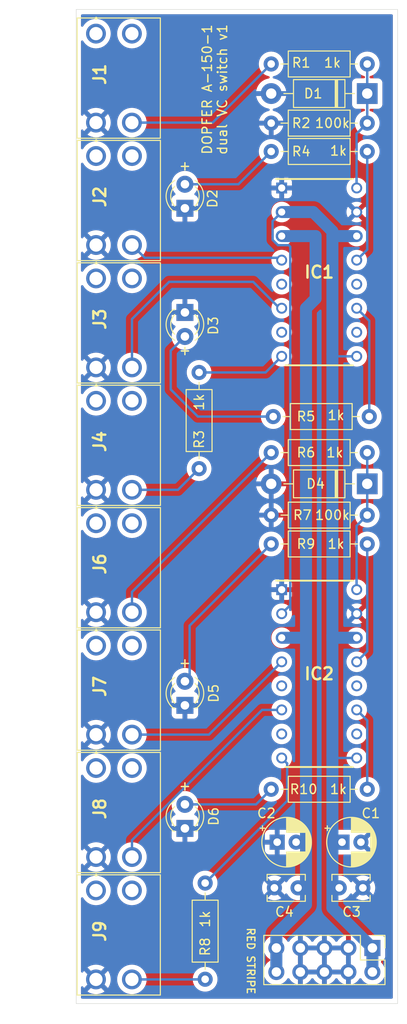
<source format=kicad_pcb>
(kicad_pcb (version 20211014) (generator pcbnew)
  (layers (0 "F.Cu" signal) (31 "B.Cu" signal) (34 "B.Paste" user) (35 "F.Paste" user) (36 "B.SilkS" user "B.Silkscreen") (37 "F.SilkS" user "F.Silkscreen") (38 "B.Mask" user) (39 "F.Mask" user) (44 "Edge.Cuts" user))
  (net 0 "")
  (net 1 "GND")
  (net 2 "+12V")
  (net 3 "-12V")
  (net 4 "Net-(D1-Pad1)")
  (net 5 "Net-(D2-Pad2)")
  (net 6 "Net-(D3-Pad2)")
  (net 7 "Net-(D4-Pad1)")
  (net 8 "Net-(D5-Pad2)")
  (net 9 "Net-(D6-Pad2)")
  (net 10 "Net-(IC1-Pad13)")
  (net 11 "Net-(IC1-Pad12)")
  (net 12 "Net-(IC1-Pad11)")
  (net 13 "Net-(IC1-Pad10)")
  (net 14 "Net-(IC1-Pad8)")
  (net 15 "Net-(IC1-Pad7)")
  (net 16 "Net-(IC1-Pad6)")
  (net 17 "Net-(IC1-Pad5)")
  (net 18 "Net-(IC1-Pad4)")
  (net 19 "Net-(IC2-Pad4)")
  (net 20 "Net-(IC2-Pad5)")
  (net 21 "Net-(IC2-Pad6)")
  (net 22 "Net-(IC2-Pad7)")
  (net 23 "Net-(IC2-Pad8)")
  (net 24 "Net-(IC2-Pad10)")
  (net 25 "Net-(IC2-Pad11)")
  (net 26 "Net-(IC2-Pad12)")
  (net 27 "Net-(IC2-Pad13)")
  (net 28 "Net-(J1-PadT)")
  (net 29 "Net-(J4-PadT)")
  (net 30 "Net-(J6-PadT)")
  (net 31 "Net-(J9-PadT)")
  (footprint "LED_THT:LED_D3.0mm" (layer "F.Cu") (at 38.5 68 -90)
    (fp_text reference "D3" (at 1.397 -3 90) (layer "F.SilkS"))
    (fp_text value "LED")
    (pad "1" thru_hole rect locked (at 0 0 270) (size 1.8 1.8) (drill 0.9) (layers *.Cu *.Mask) (net 1 "GND"))
    (pad "2" thru_hole circle locked (at 2.54 0 270) (size 1.8 1.8) (drill 0.9) (layers *.Cu *.Mask) (net 6 "Net-(D3-Pad2)"))
  )
  (footprint "Capacitor_THT:CP_Radial_D5.0mm_P2.00mm" (layer "F.Cu") (at 48.26 123.952)
    (fp_text reference "C2" (at -1.143 -3.048) (layer "F.SilkS"))
    (fp_text value "10u")
    (pad "1" thru_hole rect locked (at 0 0) (size 1.6 1.6) (drill 0.8) (layers *.Cu *.Mask) (net 1 "GND"))
    (pad "2" thru_hole circle locked (at 2 0) (size 1.6 1.6) (drill 0.8) (layers *.Cu *.Mask) (net 3 "-12V"))
  )
  (footprint "Resistor_THT:R_Axial_DIN0207_L6.3mm_D2.5mm_P10.16mm_Horizontal" (layer "F.Cu") (at 57.785 118.364 180)
    (fp_text reference "R10" (at 6.731 0) (layer "F.SilkS"))
    (fp_text value "1k" (at 3.048 0) (layer "F.SilkS"))
    (pad "1" thru_hole circle locked (at 0 0 180) (size 1.6 1.6) (drill 0.8) (layers *.Cu *.Mask) (net 25 "Net-(IC2-Pad11)"))
    (pad "2" thru_hole oval locked (at 10.16 0 180) (size 1.6 1.6) (drill 0.8) (layers *.Cu *.Mask) (net 9 "Net-(D6-Pad2)"))
  )
  (footprint "Resistor_THT:R_Axial_DIN0207_L6.3mm_D2.5mm_P10.16mm_Horizontal" (layer "F.Cu") (at 57.785 92.456 180)
    (fp_text reference "R9" (at 6.477 0) (layer "F.SilkS"))
    (fp_text value "1k" (at 3.302 0) (layer "F.SilkS"))
    (pad "1" thru_hole circle locked (at 0 0 180) (size 1.6 1.6) (drill 0.8) (layers *.Cu *.Mask) (net 27 "Net-(IC2-Pad13)"))
    (pad "2" thru_hole oval locked (at 10.16 0 180) (size 1.6 1.6) (drill 0.8) (layers *.Cu *.Mask) (net 8 "Net-(D5-Pad2)"))
  )
  (footprint "Resistor_THT:R_Axial_DIN0207_L6.3mm_D2.5mm_P10.16mm_Horizontal" (layer "F.Cu") (at 40 84.5 90)
    (fp_text reference "R3" (at 3.093 0.005 90) (layer "F.SilkS"))
    (fp_text value "1k" (at 7.03 0.005 90) (layer "F.SilkS"))
    (pad "1" thru_hole circle locked (at 0 0 90) (size 1.6 1.6) (drill 0.8) (layers *.Cu *.Mask) (net 29 "Net-(J4-PadT)"))
    (pad "2" thru_hole oval locked (at 10.16 0 90) (size 1.6 1.6) (drill 0.8) (layers *.Cu *.Mask) (net 14 "Net-(IC1-Pad8)"))
  )
  (footprint "LED_THT:LED_D3.0mm" (layer "F.Cu") (at 38.5 122.5 90)
    (fp_text reference "D6" (at 1.27 3.048 90) (layer "F.SilkS"))
    (fp_text value "LED")
    (pad "1" thru_hole rect locked (at 0 0 90) (size 1.8 1.8) (drill 0.9) (layers *.Cu *.Mask) (net 1 "GND"))
    (pad "2" thru_hole circle locked (at 2.54 0 90) (size 1.8 1.8) (drill 0.9) (layers *.Cu *.Mask) (net 9 "Net-(D6-Pad2)"))
  )
  (footprint "Resistor_THT:R_Axial_DIN0207_L6.3mm_D2.5mm_P10.16mm_Horizontal" (layer "F.Cu") (at 40.64 138.43 90)
    (fp_text reference "R8" (at 3.429 0 90) (layer "F.SilkS"))
    (fp_text value "1k" (at 6.35 0 90) (layer "F.SilkS"))
    (pad "1" thru_hole circle locked (at 0 0 90) (size 1.6 1.6) (drill 0.8) (layers *.Cu *.Mask) (net 31 "Net-(J9-PadT)"))
    (pad "2" thru_hole oval locked (at 10.16 0 90) (size 1.6 1.6) (drill 0.8) (layers *.Cu *.Mask) (net 23 "Net-(IC2-Pad8)"))
  )
  (footprint "Resistor_THT:R_Axial_DIN0207_L6.3mm_D2.5mm_P10.16mm_Horizontal" (layer "F.Cu") (at 57.785 89.408 180)
    (fp_text reference "R7" (at 6.858 0) (layer "F.SilkS"))
    (fp_text value "100k" (at 3.683 0) (layer "F.SilkS"))
    (pad "1" thru_hole circle locked (at 0 0 180) (size 1.6 1.6) (drill 0.8) (layers *.Cu *.Mask) (net 7 "Net-(D4-Pad1)"))
    (pad "2" thru_hole oval locked (at 10.16 0 180) (size 1.6 1.6) (drill 0.8) (layers *.Cu *.Mask) (net 1 "GND"))
  )
  (footprint "Diode_THT:D_DO-41_SOD81_P10.16mm_Horizontal" (layer "F.Cu") (at 57.785 44.8818 180)
    (fp_text reference "D1" (at 5.715 0) (layer "F.SilkS"))
    (fp_text value "D")
    (pad "1" thru_hole rect locked (at 0 0 180) (size 2.2 2.2) (drill 1.1) (layers *.Cu *.Mask) (net 4 "Net-(D1-Pad1)"))
    (pad "2" thru_hole oval locked (at 10.16 0 180) (size 2.2 2.2) (drill 1.1) (layers *.Cu *.Mask) (net 1 "GND"))
  )
  (footprint "Resistor_THT:R_Axial_DIN0207_L6.3mm_D2.5mm_P10.16mm_Horizontal" (layer "F.Cu") (at 57.785 51 180)
    (fp_text reference "R4" (at 6.985 0) (layer "F.SilkS"))
    (fp_text value "1k" (at 3.048 0.073) (layer "F.SilkS"))
    (pad "1" thru_hole circle locked (at 0 0 180) (size 1.6 1.6) (drill 0.8) (layers *.Cu *.Mask) (net 10 "Net-(IC1-Pad13)"))
    (pad "2" thru_hole oval locked (at 10.16 0 180) (size 1.6 1.6) (drill 0.8) (layers *.Cu *.Mask) (net 5 "Net-(D2-Pad2)"))
  )
  (footprint "Resistor_THT:R_Axial_DIN0207_L6.3mm_D2.5mm_P10.16mm_Horizontal" (layer "F.Cu") (at 57.785 41.7576 180)
    (fp_text reference "R1" (at 6.985 0.127) (layer "F.SilkS"))
    (fp_text value "1k" (at 3.683 0.127) (layer "F.SilkS"))
    (pad "1" thru_hole circle locked (at 0 0 180) (size 1.6 1.6) (drill 0.8) (layers *.Cu *.Mask) (net 4 "Net-(D1-Pad1)"))
    (pad "2" thru_hole oval locked (at 10.16 0 180) (size 1.6 1.6) (drill 0.8) (layers *.Cu *.Mask) (net 28 "Net-(J1-PadT)"))
  )
  (footprint "Mouser_Components:DIP794W56P254L1917H533Q16N" (layer "F.Cu") (at 52.705 106.172)
    (fp_text reference "IC2" (at 0 0) (layer "F.SilkS") (effects (font (size 1.27 1.27) (thickness 0.254))))
    (fp_text value "DG409DJ" hide)
    (pad "1" thru_hole rect locked (at -3.968 -8.89) (size 1.158 1.158) (drill 0.758) (layers *.Cu *.Mask) (net 1 "GND"))
    (pad "2" thru_hole circle locked (at -3.968 -6.35) (size 1.158 1.158) (drill 0.758) (layers *.Cu *.Mask) (net 2 "+12V"))
    (pad "3" thru_hole circle locked (at -3.968 -3.81) (size 1.158 1.158) (drill 0.758) (layers *.Cu *.Mask) (net 3 "-12V"))
    (pad "4" thru_hole circle locked (at -3.968 -1.27) (size 1.158 1.158) (drill 0.758) (layers *.Cu *.Mask) (net 19 "Net-(IC2-Pad4)"))
    (pad "5" thru_hole circle locked (at -3.968 1.27) (size 1.158 1.158) (drill 0.758) (layers *.Cu *.Mask) (net 20 "Net-(IC2-Pad5)"))
    (pad "6" thru_hole circle locked (at -3.968 3.81) (size 1.158 1.158) (drill 0.758) (layers *.Cu *.Mask) (net 21 "Net-(IC2-Pad6)"))
    (pad "7" thru_hole circle locked (at -3.968 6.35) (size 1.158 1.158) (drill 0.758) (layers *.Cu *.Mask) (net 22 "Net-(IC2-Pad7)"))
    (pad "8" thru_hole circle locked (at -3.968 8.89) (size 1.158 1.158) (drill 0.758) (layers *.Cu *.Mask) (net 23 "Net-(IC2-Pad8)"))
    (pad "9" thru_hole circle locked (at 3.968 8.89) (size 1.158 1.158) (drill 0.758) (layers *.Cu *.Mask) (net 2 "+12V"))
    (pad "10" thru_hole circle locked (at 3.968 6.35) (size 1.158 1.158) (drill 0.758) (layers *.Cu *.Mask) (net 24 "Net-(IC2-Pad10)"))
    (pad "11" thru_hole circle locked (at 3.968 3.81) (size 1.158 1.158) (drill 0.758) (layers *.Cu *.Mask) (net 25 "Net-(IC2-Pad11)"))
    (pad "12" thru_hole circle locked (at 3.968 1.27) (size 1.158 1.158) (drill 0.758) (layers *.Cu *.Mask) (net 26 "Net-(IC2-Pad12)"))
    (pad "13" thru_hole circle locked (at 3.968 -1.27) (size 1.158 1.158) (drill 0.758) (layers *.Cu *.Mask) (net 27 "Net-(IC2-Pad13)"))
    (pad "14" thru_hole circle locked (at 3.968 -3.81) (size 1.158 1.158) (drill 0.758) (layers *.Cu *.Mask) (net 2 "+12V"))
    (pad "15" thru_hole circle locked (at 3.968 -6.35) (size 1.158 1.158) (drill 0.758) (layers *.Cu *.Mask) (net 1 "GND"))
    (pad "16" thru_hole circle locked (at 3.968 -8.89) (size 1.158 1.158) (drill 0.758) (layers *.Cu *.Mask) (net 7 "Net-(D4-Pad1)"))
  )
  (footprint "Connector_PinHeader_2.54mm:PinHeader_2x05_P2.54mm_Vertical" (layer "F.Cu") (at 58.332775 135.128 -90)
    (fp_text reference "J5" hide)
    (fp_text value "EURO_PWR_2x5")
    (pad "1" thru_hole rect locked (at 0 0 270) (size 1.7 1.7) (drill 1) (layers *.Cu *.Mask) (net 2 "+12V"))
    (pad "2" thru_hole oval locked (at 2.54 0 270) (size 1.7 1.7) (drill 1) (layers *.Cu *.Mask) (net 2 "+12V"))
    (pad "3" thru_hole oval locked (at 0 2.54 270) (size 1.7 1.7) (drill 1) (layers *.Cu *.Mask) (net 1 "GND"))
    (pad "4" thru_hole oval locked (at 2.54 2.54 270) (size 1.7 1.7) (drill 1) (layers *.Cu *.Mask) (net 1 "GND"))
    (pad "5" thru_hole oval locked (at 0 5.08 270) (size 1.7 1.7) (drill 1) (layers *.Cu *.Mask) (net 1 "GND"))
    (pad "6" thru_hole oval locked (at 2.54 5.08 270) (size 1.7 1.7) (drill 1) (layers *.Cu *.Mask) (net 1 "GND"))
    (pad "7" thru_hole oval locked (at 0 7.62 270) (size 1.7 1.7) (drill 1) (layers *.Cu *.Mask) (net 1 "GND"))
    (pad "8" thru_hole oval locked (at 2.54 7.62 270) (size 1.7 1.7) (drill 1) (layers *.Cu *.Mask) (net 1 "GND"))
    (pad "9" thru_hole oval locked (at 0 10.16 270) (size 1.7 1.7) (drill 1) (layers *.Cu *.Mask) (net 3 "-12V"))
    (pad "10" thru_hole oval locked (at 2.54 10.16 270) (size 1.7 1.7) (drill 1) (layers *.Cu *.Mask) (net 3 "-12V"))
  )
  (footprint "Diode_THT:D_DO-41_SOD81_P10.16mm_Horizontal" (layer "F.Cu") (at 57.785 86.106 180)
    (fp_text reference "D4" (at 5.461 0) (layer "F.SilkS"))
    (fp_text value "D")
    (pad "1" thru_hole rect locked (at 0 0 180) (size 2.2 2.2) (drill 1.1) (layers *.Cu *.Mask) (net 7 "Net-(D4-Pad1)"))
    (pad "2" thru_hole oval locked (at 10.16 0 180) (size 2.2 2.2) (drill 1.1) (layers *.Cu *.Mask) (net 1 "GND"))
  )
  (footprint "Resistor_THT:R_Axial_DIN0207_L6.3mm_D2.5mm_P10.16mm_Horizontal" (layer "F.Cu") (at 57.785 82.804 180)
    (fp_text reference "R6" (at 6.477 0) (layer "F.SilkS"))
    (fp_text value "1k" (at 3.429 0) (layer "F.SilkS"))
    (pad "1" thru_hole circle locked (at 0 0 180) (size 1.6 1.6) (drill 0.8) (layers *.Cu *.Mask) (net 7 "Net-(D4-Pad1)"))
    (pad "2" thru_hole oval locked (at 10.16 0 180) (size 1.6 1.6) (drill 0.8) (layers *.Cu *.Mask) (net 30 "Net-(J6-PadT)"))
  )
  (footprint "Capacitor_THT:C_Disc_D3.8mm_W2.6mm_P2.50mm" (layer "F.Cu") (at 47.965112 128.778)
    (fp_text reference "C4" (at 1.056888 2.54) (layer "F.SilkS"))
    (fp_text value "100n")
    (pad "1" thru_hole circle locked (at 0 0) (size 1.6 1.6) (drill 0.8) (layers *.Cu *.Mask) (net 1 "GND"))
    (pad "2" thru_hole circle locked (at 2.5 0) (size 1.6 1.6) (drill 0.8) (layers *.Cu *.Mask) (net 3 "-12V"))
  )
  (footprint "Resistor_THT:R_Axial_DIN0207_L6.3mm_D2.5mm_P10.16mm_Horizontal" (layer "F.Cu") (at 57.785 48.006 180)
    (fp_text reference "R2" (at 6.985 0) (layer "F.SilkS"))
    (fp_text value "100k" (at 3.683 0) (layer "F.SilkS"))
    (pad "1" thru_hole circle locked (at 0 0 180) (size 1.6 1.6) (drill 0.8) (layers *.Cu *.Mask) (net 4 "Net-(D1-Pad1)"))
    (pad "2" thru_hole oval locked (at 10.16 0 180) (size 1.6 1.6) (drill 0.8) (layers *.Cu *.Mask) (net 1 "GND"))
  )
  (footprint "Capacitor_THT:CP_Radial_D5.0mm_P2.00mm" (layer "F.Cu") (at 55.118 123.952)
    (fp_text reference "C1" (at 3.048 -3.048) (layer "F.SilkS"))
    (fp_text value "10u")
    (pad "1" thru_hole rect locked (at 0 0) (size 1.6 1.6) (drill 0.8) (layers *.Cu *.Mask) (net 2 "+12V"))
    (pad "2" thru_hole circle locked (at 2 0) (size 1.6 1.6) (drill 0.8) (layers *.Cu *.Mask) (net 1 "GND"))
  )
  (footprint "Mouser_Components:CL1384" (layer "F.Cu") (at 31.5096 56.178571 -90)
    (fp_text reference "J2" (at -0.4 2.008 90) (layer "F.SilkS") (effects (font (size 1.27 1.27) (thickness 0.254))))
    (fp_text value "I/O1" hide)
    (pad "S" thru_hole circle locked (at 4.7 2.408 270) (size 2.1 2.1) (drill 1.4) (layers *.Cu *.Mask) (net 1 "GND"))
    (pad "SSw" thru_hole circle locked (at -4.7 2.408 270) (size 2.1 2.1) (drill 1.4) (layers *.Cu *.Mask))
    (pad "T" thru_hole circle locked (at 4.7 -1.392 270) (size 2.1 2.1) (drill 1.4) (layers *.Cu *.Mask) (net 18 "Net-(IC1-Pad4)"))
    (pad "TSw" thru_hole circle locked (at -4.7 -1.392 270) (size 2.1 2.1) (drill 1.4) (layers *.Cu *.Mask))
  )
  (footprint "Mouser_Components:CL1384" (layer "F.Cu") (at 31.5096 94.964284 -90)
    (fp_text reference "J6" (at -0.4 2.008 90) (layer "F.SilkS") (effects (font (size 1.27 1.27) (thickness 0.254))))
    (fp_text value "CV in" hide)
    (pad "S" thru_hole circle locked (at 4.7 2.408 270) (size 2.1 2.1) (drill 1.4) (layers *.Cu *.Mask) (net 1 "GND"))
    (pad "SSw" thru_hole circle locked (at -4.7 2.408 270) (size 2.1 2.1) (drill 1.4) (layers *.Cu *.Mask))
    (pad "T" thru_hole circle locked (at 4.7 -1.392 270) (size 2.1 2.1) (drill 1.4) (layers *.Cu *.Mask) (net 30 "Net-(J6-PadT)"))
    (pad "TSw" thru_hole circle locked (at -4.7 -1.392 270) (size 2.1 2.1) (drill 1.4) (layers *.Cu *.Mask))
  )
  (footprint "Mouser_Components:CL1384" (layer "F.Cu") (at 31.5096 107.892855 -90)
    (fp_text reference "J7" (at -0.4 2.008 90) (layer "F.SilkS") (effects (font (size 1.27 1.27) (thickness 0.254))))
    (fp_text value "I/O1" hide)
    (pad "S" thru_hole circle locked (at 4.7 2.408 270) (size 2.1 2.1) (drill 1.4) (layers *.Cu *.Mask) (net 1 "GND"))
    (pad "SSw" thru_hole circle locked (at -4.7 2.408 270) (size 2.1 2.1) (drill 1.4) (layers *.Cu *.Mask))
    (pad "T" thru_hole circle locked (at 4.7 -1.392 270) (size 2.1 2.1) (drill 1.4) (layers *.Cu *.Mask) (net 19 "Net-(IC2-Pad4)"))
    (pad "TSw" thru_hole circle locked (at -4.7 -1.392 270) (size 2.1 2.1) (drill 1.4) (layers *.Cu *.Mask))
  )
  (footprint "Mouser_Components:CL1384" (layer "F.Cu") (at 31.5096 120.821426 -90)
    (fp_text reference "J8" (at -0.4 2.008 90) (layer "F.SilkS") (effects (font (size 1.27 1.27) (thickness 0.254))))
    (fp_text value "I/O2" hide)
    (pad "S" thru_hole circle locked (at 4.7 2.408 270) (size 2.1 2.1) (drill 1.4) (layers *.Cu *.Mask) (net 1 "GND"))
    (pad "SSw" thru_hole circle locked (at -4.7 2.408 270) (size 2.1 2.1) (drill 1.4) (layers *.Cu *.Mask))
    (pad "T" thru_hole circle locked (at 4.7 -1.392 270) (size 2.1 2.1) (drill 1.4) (layers *.Cu *.Mask) (net 21 "Net-(IC2-Pad6)"))
    (pad "TSw" thru_hole circle locked (at -4.7 -1.392 270) (size 2.1 2.1) (drill 1.4) (layers *.Cu *.Mask))
  )
  (footprint "Mouser_Components:CL1384" (layer "F.Cu") (at 31.5096 82.035713 -90)
    (fp_text reference "J4" (at -0.4 2.008 90) (layer "F.SilkS") (effects (font (size 1.27 1.27) (thickness 0.254))))
    (fp_text value "O/I" hide)
    (pad "S" thru_hole circle locked (at 4.7 2.408 270) (size 2.1 2.1) (drill 1.4) (layers *.Cu *.Mask) (net 1 "GND"))
    (pad "SSw" thru_hole circle locked (at -4.7 2.408 270) (size 2.1 2.1) (drill 1.4) (layers *.Cu *.Mask))
    (pad "T" thru_hole circle locked (at 4.7 -1.392 270) (size 2.1 2.1) (drill 1.4) (layers *.Cu *.Mask) (net 29 "Net-(J4-PadT)"))
    (pad "TSw" thru_hole circle locked (at -4.7 -1.392 270) (size 2.1 2.1) (drill 1.4) (layers *.Cu *.Mask))
  )
  (footprint "Mouser_Components:CL1384" (layer "F.Cu") (at 31.5 133.75 -90)
    (fp_text reference "J9" (at -0.4 2.008 90) (layer "F.SilkS") (effects (font (size 1.27 1.27) (thickness 0.254))))
    (fp_text value "O/I" hide)
    (pad "S" thru_hole circle locked (at 4.7 2.408 270) (size 2.1 2.1) (drill 1.4) (layers *.Cu *.Mask) (net 1 "GND"))
    (pad "SSw" thru_hole circle locked (at -4.7 2.408 270) (size 2.1 2.1) (drill 1.4) (layers *.Cu *.Mask))
    (pad "T" thru_hole circle locked (at 4.7 -1.392 270) (size 2.1 2.1) (drill 1.4) (layers *.Cu *.Mask) (net 31 "Net-(J9-PadT)"))
    (pad "TSw" thru_hole circle locked (at -4.7 -1.392 270) (size 2.1 2.1) (drill 1.4) (layers *.Cu *.Mask))
  )
  (footprint "Mouser_Components:CL1384" (layer "F.Cu") (at 31.5096 69.107142 -90)
    (fp_text reference "J3" (at -0.4 2.008 90) (layer "F.SilkS") (effects (font (size 1.27 1.27) (thickness 0.254))))
    (fp_text value "I/O2" hide)
    (pad "S" thru_hole circle locked (at 4.7 2.408 270) (size 2.1 2.1) (drill 1.4) (layers *.Cu *.Mask) (net 1 "GND"))
    (pad "SSw" thru_hole circle locked (at -4.7 2.408 270) (size 2.1 2.1) (drill 1.4) (layers *.Cu *.Mask))
    (pad "T" thru_hole circle locked (at 4.7 -1.392 270) (size 2.1 2.1) (drill 1.4) (layers *.Cu *.Mask) (net 16 "Net-(IC1-Pad6)"))
    (pad "TSw" thru_hole circle locked (at -4.7 -1.392 270) (size 2.1 2.1) (drill 1.4) (layers *.Cu *.Mask))
  )
  (footprint "Mouser_Components:CL1384" (layer "F.Cu") (at 31.5 43.25 -90)
    (fp_text reference "J1" (at -0.4 2.008 90) (layer "F.SilkS") (effects (font (size 1.27 1.27) (thickness 0.254))))
    (fp_text value "CV in" hide)
    (pad "S" thru_hole circle locked (at 4.7 2.408 270) (size 2.1 2.1) (drill 1.4) (layers *.Cu *.Mask) (net 1 "GND"))
    (pad "SSw" thru_hole circle locked (at -4.7 2.408 270) (size 2.1 2.1) (drill 1.4) (layers *.Cu *.Mask))
    (pad "T" thru_hole circle locked (at 4.7 -1.392 270) (size 2.1 2.1) (drill 1.4) (layers *.Cu *.Mask) (net 28 "Net-(J1-PadT)"))
    (pad "TSw" thru_hole circle locked (at -4.7 -1.392 270) (size 2.1 2.1) (drill 1.4) (layers *.Cu *.Mask))
  )
  (footprint "LED_THT:LED_D3.0mm" (layer "F.Cu") (at 38.5 109.5 90)
    (fp_text reference "D5" (at 1.27 3.048 90) (layer "F.SilkS"))
    (fp_text value "LED")
    (pad "1" thru_hole rect locked (at 0 0 90) (size 1.8 1.8) (drill 0.9) (layers *.Cu *.Mask) (net 1 "GND"))
    (pad "2" thru_hole circle locked (at 2.54 0 90) (size 1.8 1.8) (drill 0.9) (layers *.Cu *.Mask) (net 8 "Net-(D5-Pad2)"))
  )
  (footprint "Resistor_THT:R_Axial_DIN0207_L6.3mm_D2.5mm_P10.16mm_Horizontal" (layer "F.Cu") (at 58 79 180)
    (fp_text reference "R5" (at 6.692 0.006) (layer "F.SilkS"))
    (fp_text value "1k" (at 3.517 0.133) (layer "F.SilkS"))
    (pad "1" thru_hole circle locked (at 0 0 180) (size 1.6 1.6) (drill 0.8) (layers *.Cu *.Mask) (net 12 "Net-(IC1-Pad11)"))
    (pad "2" thru_hole oval locked (at 10.16 0 180) (size 1.6 1.6) (drill 0.8) (layers *.Cu *.Mask) (net 6 "Net-(D3-Pad2)"))
  )
  (footprint "Mouser_Components:DIP794W56P254L1917H533Q16N" (layer "F.Cu") (at 52.705 63.746)
    (fp_text reference "IC1" (at 0 0) (layer "F.SilkS") (effects (font (size 1.27 1.27) (thickness 0.254))))
    (fp_text value "DG409DJ" hide)
    (pad "1" thru_hole rect locked (at -3.968 -8.89) (size 1.158 1.158) (drill 0.758) (layers *.Cu *.Mask) (net 1 "GND"))
    (pad "2" thru_hole circle locked (at -3.968 -6.35) (size 1.158 1.158) (drill 0.758) (layers *.Cu *.Mask) (net 2 "+12V"))
    (pad "3" thru_hole circle locked (at -3.968 -3.81) (size 1.158 1.158) (drill 0.758) (layers *.Cu *.Mask) (net 3 "-12V"))
    (pad "4" thru_hole circle locked (at -3.968 -1.27) (size 1.158 1.158) (drill 0.758) (layers *.Cu *.Mask) (net 18 "Net-(IC1-Pad4)"))
    (pad "5" thru_hole circle locked (at -3.968 1.27) (size 1.158 1.158) (drill 0.758) (layers *.Cu *.Mask) (net 17 "Net-(IC1-Pad5)"))
    (pad "6" thru_hole circle locked (at -3.968 3.81) (size 1.158 1.158) (drill 0.758) (layers *.Cu *.Mask) (net 16 "Net-(IC1-Pad6)"))
    (pad "7" thru_hole circle locked (at -3.968 6.35) (size 1.158 1.158) (drill 0.758) (layers *.Cu *.Mask) (net 15 "Net-(IC1-Pad7)"))
    (pad "8" thru_hole circle locked (at -3.968 8.89) (size 1.158 1.158) (drill 0.758) (layers *.Cu *.Mask) (net 14 "Net-(IC1-Pad8)"))
    (pad "9" thru_hole circle locked (at 3.968 8.89) (size 1.158 1.158) (drill 0.758) (layers *.Cu *.Mask) (net 2 "+12V"))
    (pad "10" thru_hole circle locked (at 3.968 6.35) (size 1.158 1.158) (drill 0.758) (layers *.Cu *.Mask) (net 13 "Net-(IC1-Pad10)"))
    (pad "11" thru_hole circle locked (at 3.968 3.81) (size 1.158 1.158) (drill 0.758) (layers *.Cu *.Mask) (net 12 "Net-(IC1-Pad11)"))
    (pad "12" thru_hole circle locked (at 3.968 1.27) (size 1.158 1.158) (drill 0.758) (layers *.Cu *.Mask) (net 11 "Net-(IC1-Pad12)"))
    (pad "13" thru_hole circle locked (at 3.968 -1.27) (size 1.158 1.158) (drill 0.758) (layers *.Cu *.Mask) (net 10 "Net-(IC1-Pad13)"))
    (pad "14" thru_hole circle locked (at 3.968 -3.81) (size 1.158 1.158) (drill 0.758) (layers *.Cu *.Mask) (net 2 "+12V"))
    (pad "15" thru_hole circle locked (at 3.968 -6.35) (size 1.158 1.158) (drill 0.758) (layers *.Cu *.Mask) (net 1 "GND"))
    (pad "16" thru_hole circle locked (at 3.968 -8.89) (size 1.158 1.158) (drill 0.758) (layers *.Cu *.Mask) (net 4 "Net-(D1-Pad1)"))
  )
  (footprint "Capacitor_THT:C_Disc_D3.8mm_W2.6mm_P2.50mm" (layer "F.Cu") (at 54.823112 128.778)
    (fp_text reference "C3" (at 1.310888 2.54) (layer "F.SilkS"))
    (fp_text value "100n")
    (pad "1" thru_hole circle locked (at 0 0) (size 1.6 1.6) (drill 0.8) (layers *.Cu *.Mask) (net 2 "+12V"))
    (pad "2" thru_hole circle locked (at 2.5 0) (size 1.6 1.6) (drill 0.8) (layers *.Cu *.Mask) (net 1 "GND"))
  )
  (footprint "LED_THT:LED_D3.0mm" (layer "F.Cu") (at 38.5 57 90)
    (fp_text reference "D2" (at 1.016 2.921 90) (layer "F.SilkS"))
    (fp_text value "LED")
    (pad "1" thru_hole rect locked (at 0 0 90) (size 1.8 1.8) (drill 0.9) (layers *.Cu *.Mask) (net 1 "GND"))
    (pad "2" thru_hole circle locked (at 2.54 0 90) (size 1.8 1.8) (drill 0.9) (layers *.Cu *.Mask) (net 5 "Net-(D2-Pad2)"))
  )
  (gr_line (start 61 36) (end 27 36) (layer "Edge.Cuts") (width 0.05))
  (gr_line (start 27 36) (end 27 141) (layer "Edge.Cuts") (width 0.05))
  (gr_line (start 27 141) (end 61 141) (layer "Edge.Cuts") (width 0.05))
  (gr_line (start 61 141) (end 61 36) (layer "Edge.Cuts") (width 0.05))
  (gr_text "DOPFER A-150-1\ndual VC switch v1" (at 41.656 44.45 90) (layer "F.SilkS") (effects (font (size 1 1))))
  (gr_text "+" (at 38.5 118) (layer "F.SilkS") (effects (font (size 1 1))))
  (gr_text "RED STRIPE" (at 45.466 136.5 -90) (layer "F.SilkS") (effects (font (size 0.8 0.8))))
  (gr_text "+" (at 38.5 52.5) (layer "F.SilkS") (effects (font (size 1 1))))
  (gr_text "+" (at 38.5 105) (layer "F.SilkS") (effects (font (size 1 1))))
  (gr_text "+" (at 38.5 72) (layer "F.SilkS") (effects (font (size 1 1))))
  (segment (start 54.356 123.952) (end 54.102 123.698) (width 1.27) (layer "B.Cu") (net 2))
  (segment (start 49.643001 61.065001) (end 49.47601 60.89801) (width 0.254) (layer "B.Cu") (net 2))
  (segment (start 48.338523 60.89801) (end 47.77499 60.334477) (width 0.254) (layer "B.Cu") (net 2))
  (segment (start 47.77499 58.35801) (end 48.737 57.396) (width 0.254) (layer "B.Cu") (net 2))
  (segment (start 54.102 59.936) (end 54.102 59.428) (width 1.27) (layer "B.Cu") (net 2))
  (segment (start 56.673 115.062) (end 54.356 115.062) (width 0.254) (layer "B.Cu") (net 2))
  (segment (start 54.102 128.524) (end 54.102 130.897225) (width 1.27) (layer "B.Cu") (net 2))
  (segment (start 54.823112 128.778) (end 54.356 128.778) (width 1.27) (layer "B.Cu") (net 2))
  (segment (start 47.77499 60.334477) (end 47.77499 58.35801) (width 0.254) (layer "B.Cu") (net 2))
  (segment (start 56.673 102.362) (end 54.356 102.362) (width 1.27) (layer "B.Cu") (net 2))
  (segment (start 54.356 72.636) (end 54.102 72.382) (width 0.254) (layer "B.Cu") (net 2))
  (segment (start 48.737 99.822) (end 49.643001 98.915999) (width 0.254) (layer "B.Cu") (net 2))
  (segment (start 54.102 123.698) (end 54.102 128.524) (width 1.27) (layer "B.Cu") (net 2))
  (segment (start 52.07 57.396) (end 48.737 57.396) (width 1.27) (layer "B.Cu") (net 2))
  (segment (start 58.332775 135.128) (end 58.332775 137.668) (width 1.27) (layer "B.Cu") (net 2))
  (segment (start 54.356 128.778) (end 54.102 128.524) (width 1.27) (layer "B.Cu") (net 2))
  (segment (start 54.356 115.062) (end 54.102 114.808) (width 0.254) (layer "B.Cu") (net 2))
  (segment (start 54.102 59.428) (end 52.07 57.396) (width 1.27) (layer "B.Cu") (net 2))
  (segment (start 54.102 114.808) (end 54.102 102.108) (width 1.27) (layer "B.Cu") (net 2))
  (segment (start 54.102 114.808) (end 54.102 123.698) (width 1.27) (layer "B.Cu") (net 2))
  (segment (start 49.643001 99.415999) (end 49.643001 61.065001) (width 0.254) (layer "B.Cu") (net 2))
  (segment (start 54.102 130.897225) (end 58.332775 135.128) (width 1.27) (layer "B.Cu") (net 2))
  (segment (start 56.673 72.636) (end 54.356 72.636) (width 0.254) (layer "B.Cu") (net 2))
  (segment (start 49.47601 60.89801) (end 48.338523 60.89801) (width 0.254) (layer "B.Cu") (net 2))
  (segment (start 54.102 72.382) (end 54.102 59.936) (width 1.27) (layer "B.Cu") (net 2))
  (segment (start 54.102 59.936) (end 56.673 59.936) (width 1.27) (layer "B.Cu") (net 2))
  (segment (start 54.356 102.362) (end 54.102 102.108) (width 1.27) (layer "B.Cu") (net 2))
  (segment (start 55.118 123.952) (end 54.356 123.952) (width 1.27) (layer "B.Cu") (net 2))
  (segment (start 54.102 102.608) (end 54.102 72.382) (width 1.27) (layer "B.Cu") (net 2))
  (segment (start 51.308 67.556) (end 52.324 66.54) (width 1.27) (layer "B.Cu") (net 3))
  (segment (start 51.308 124.206) (end 51.308 115.824) (width 1.27) (layer "B.Cu") (net 3))
  (segment (start 48.737 102.362) (end 51.308 102.362) (width 1.27) (layer "B.Cu") (net 3))
  (segment (start 51.308 130.556) (end 51.308 128.778) (width 1.27) (layer "B.Cu") (net 3))
  (segment (start 48.172775 135.128) (end 48.172775 137.668) (width 1.27) (layer "B.Cu") (net 3))
  (segment (start 50.465112 128.778) (end 51.308 128.778) (width 1.27) (layer "B.Cu") (net 3))
  (segment (start 50.26 123.952) (end 51.054 123.952) (width 1.27) (layer "B.Cu") (net 3))
  (segment (start 51.054 123.952) (end 51.308 124.206) (width 1.27) (layer "B.Cu") (net 3))
  (segment (start 51.308 102.862) (end 51.308 67.556) (width 1.27) (layer "B.Cu") (net 3))
  (segment (start 52.324 66.54) (end 52.324 59.936) (width 1.27) (layer "B.Cu") (net 3))
  (segment (start 52.324 59.936) (end 48.737 59.936) (width 1.27) (layer "B.Cu") (net 3))
  (segment (start 51.308 128.778) (end 51.308 124.206) (width 1.27) (layer "B.Cu") (net 3))
  (segment (start 48.172775 133.691225) (end 51.308 130.556) (width 1.27) (layer "B.Cu") (net 3))
  (segment (start 51.308 115.824) (end 51.308 102.362) (width 1.27) (layer "B.Cu") (net 3))
  (segment (start 48.172775 135.128) (end 48.172775 133.691225) (width 1.27) (layer "B.Cu") (net 3))
  (segment (start 57.785 44.958) (end 57.785 41.783) (width 0.254) (layer "B.Cu") (net 4))
  (segment (start 56.657999 49.133001) (end 56.657999 54.340999) (width 0.254) (layer "B.Cu") (net 4))
  (segment (start 56.657999 54.340999) (end 56.673 54.356) (width 0.254) (layer "B.Cu") (net 4))
  (segment (start 57.785 44.958) (end 57.785 48.006) (width 0.254) (layer "B.Cu") (net 4))
  (segment (start 57.785 48.006) (end 56.657999 49.133001) (width 0.254) (layer "B.Cu") (net 4))
  (segment (start 38.5 54.46) (end 44.165 54.46) (width 0.254) (layer "B.Cu") (net 5))
  (segment (start 44.165 54.46) (end 47.625 51) (width 0.254) (layer "B.Cu") (net 5))
  (segment (start 37 76.132962) (end 37 72.04) (width 0.254) (layer "B.Cu") (net 6))
  (segment (start 47.84 79) (end 39.867038 79) (width 0.254) (layer "B.Cu") (net 6))
  (segment (start 39.867038 79) (end 37 76.132962) (width 0.254) (layer "B.Cu") (net 6))
  (segment (start 37 72.04) (end 38.5 70.54) (width 0.254) (layer "B.Cu") (net 6))
  (segment (start 57.785 89.408) (end 56.657999 90.535001) (width 0.254) (layer "B.Cu") (net 7))
  (segment (start 56.657999 97.266999) (end 56.673 97.282) (width 0.254) (layer "B.Cu") (net 7))
  (segment (start 57.785 89.408) (end 57.785 86.106) (width 0.254) (layer "B.Cu") (net 7))
  (segment (start 57.785 82.804) (end 57.785 86.106) (width 0.254) (layer "B.Cu") (net 7))
  (segment (start 56.657999 90.535001) (end 56.657999 97.266999) (width 0.254) (layer "B.Cu") (net 7))
  (segment (start 39 106.46) (end 38.5 106.96) (width 0.254) (layer "B.Cu") (net 8))
  (segment (start 39 101.081) (end 39 106.46) (width 0.254) (layer "B.Cu") (net 8))
  (segment (start 47.625 92.456) (end 39 101.081) (width 0.254) (layer "B.Cu") (net 8))
  (segment (start 46.029 119.96) (end 47.625 118.364) (width 0.254) (layer "B.Cu") (net 9))
  (segment (start 38.5 119.96) (end 46.029 119.96) (width 0.254) (layer "B.Cu") (net 9))
  (segment (start 57.785 61.364) (end 56.673 62.476) (width 0.254) (layer "B.Cu") (net 10))
  (segment (start 57.785 51) (end 57.785 61.364) (width 0.254) (layer "B.Cu") (net 10))
  (segment (start 58 79) (end 58 68.883) (width 0.254) (layer "B.Cu") (net 12))
  (segment (start 58 68.883) (end 56.673 67.556) (width 0.254) (layer "B.Cu") (net 12))
  (segment (start 40 74.34) (end 47.033 74.34) (width 0.254) (layer "B.Cu") (net 14))
  (segment (start 47.033 74.34) (end 48.737 72.636) (width 0.254) (layer "B.Cu") (net 14))
  (segment (start 32.9016 73.807142) (end 32.9016 68.6984) (width 0.254) (layer "B.Cu") (net 16))
  (segment (start 45.72 64.77) (end 48.506 67.556) (width 0.254) (layer "B.Cu") (net 16))
  (segment (start 32.9016 68.6984) (end 36.83 64.77) (width 0.254) (layer "B.Cu") (net 16))
  (segment (start 48.506 67.556) (end 48.737 67.556) (width 0.254) (layer "B.Cu") (net 16))
  (segment (start 36.83 64.77) (end 45.72 64.77) (width 0.254) (layer "B.Cu") (net 16))
  (segment (start 32.9016 60.878571) (end 34.253029 62.23) (width 0.254) (layer "B.Cu") (net 18))
  (segment (start 48.506 62.476) (end 48.737 62.476) (width 0.254) (layer "B.Cu") (net 18))
  (segment (start 48.26 62.23) (end 48.506 62.476) (width 0.254) (layer "B.Cu") (net 18))
  (segment (start 34.253029 62.23) (end 48.26 62.23) (width 0.254) (layer "B.Cu") (net 18))
  (segment (start 32.9016 112.592855) (end 41.046145 112.592855) (width 0.254) (layer "B.Cu") (net 19))
  (segment (start 41.046145 112.592855) (end 48.737 104.902) (width 0.254) (layer "B.Cu") (net 19))
  (segment (start 32.9016 123.742438) (end 46.662038 109.982) (width 0.254) (layer "B.Cu") (net 21))
  (segment (start 46.662038 109.982) (end 48.737 109.982) (width 0.254) (layer "B.Cu") (net 21))
  (segment (start 32.9016 125.521426) (end 32.9016 123.742438) (width 0.254) (layer "B.Cu") (net 21))
  (segment (start 49.315999 119.594001) (end 40.64 128.27) (width 0.254) (layer "B.Cu") (net 23))
  (segment (start 48.737 115.062) (end 49.315999 115.640999) (width 0.254) (layer "B.Cu") (net 23))
  (segment (start 49.315999 115.640999) (end 49.315999 119.594001) (width 0.254) (layer "B.Cu") (net 23))
  (segment (start 57.785 118.364) (end 57.785 111.094) (width 0.254) (layer "B.Cu") (net 25))
  (segment (start 57.785 111.094) (end 56.673 109.982) (width 0.254) (layer "B.Cu") (net 25))
  (segment (start 57.785 92.456) (end 57.785 103.79) (width 0.254) (layer "B.Cu") (net 27))
  (segment (start 57.785 103.79) (end 56.673 104.902) (width 0.254) (layer "B.Cu") (net 27))
  (segment (start 47.5234 41.6814) (end 47.625 41.783) (width 0.254) (layer "B.Cu") (net 28))
  (segment (start 41.4326 47.95) (end 47.625 41.7576) (width 0.254) (layer "B.Cu") (net 28))
  (segment (start 32.892 47.95) (end 41.4326 47.95) (width 0.254) (layer "B.Cu") (net 28))
  (segment (start 37.764287 86.735713) (end 40 84.5) (width 0.254) (layer "B.Cu") (net 29))
  (segment (start 40 84.434113) (end 40 84.5) (width 0.254) (layer "B.Cu") (net 29))
  (segment (start 32.9016 86.735713) (end 37.764287 86.735713) (width 0.254) (layer "B.Cu") (net 29))
  (segment (start 32.9016 99.664284) (end 32.9016 97.5274) (width 0.254) (layer "B.Cu") (net 30))
  (segment (start 32.9016 97.5274) (end 47.625 82.804) (width 0.254) (layer "B.Cu") (net 30))
  (segment (start 32.892 138.45) (end 40.62 138.45) (width 0.254) (layer "B.Cu") (net 31))
  (segment (start 40.62 138.45) (end 40.64 138.43) (width 0.254) (layer "B.Cu") (net 31))
  (zone (net 1) (net_name "GND") (layer "F.Cu") (connect_pads (clearance 0.508)) (min_thickness 0.254) (fill yes (thermal_gap 0.508) (thermal_bridge_width 0.508))
    (polygon (pts (xy 61.976 142.24) (xy 25.908 142.24) (xy 25.908 35.052) (xy 61.976 35.052)))
  )
  (zone (net 1) (net_name "GND") (layer "B.Cu") (connect_pads (clearance 0.508)) (min_thickness 0.254) (fill yes (thermal_gap 0.508) (thermal_bridge_width 0.508))
    (polygon (pts (xy 62 142) (xy 26 142) (xy 26 35) (xy 62 35)))
  )
)
</source>
